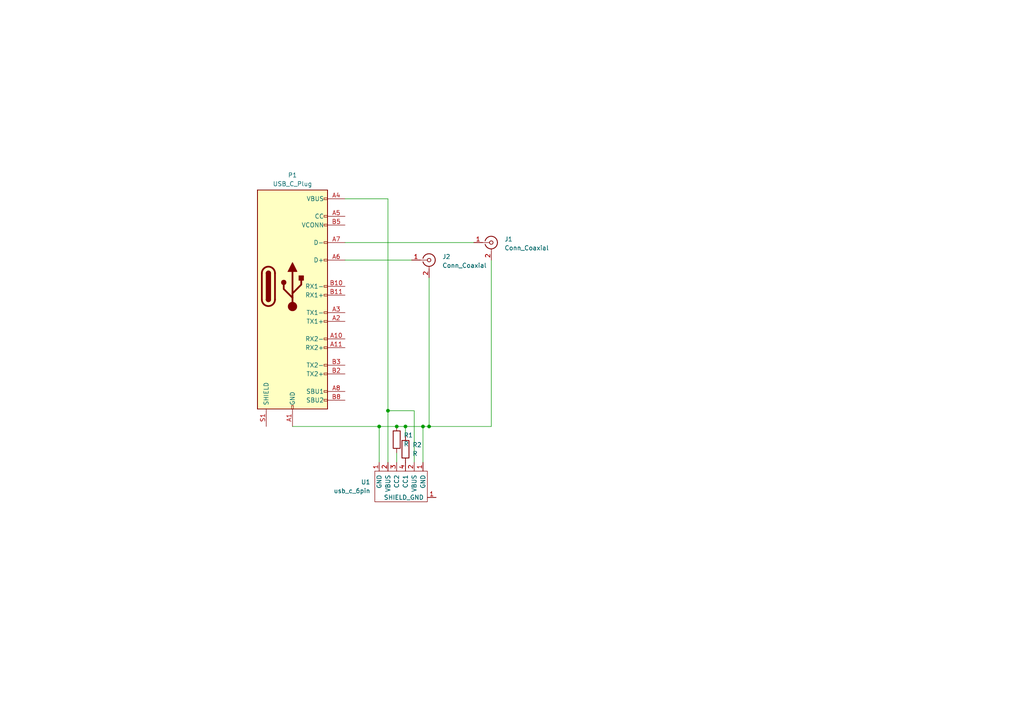
<source format=kicad_sch>
(kicad_sch (version 20230121) (generator eeschema)
  (paper "A4")
  (lib_symbols
    (symbol "Connector:Conn_Coaxial" (pin_names (offset 1.016) hide)
      (property "Reference" "J" (at 0.254 3.048 0))
      (property "Value" "Conn_Coaxial" (at 2.921 0 90))
      (symbol "Conn_Coaxial_0_1"
        (arc (start -1.778 -0.508) (mid 0.2311 -1.8066) (end 1.778 0) (stroke (width 0.254)))
        (polyline (pts (xy -2.54 0) (xy -0.508 0)))
        (polyline (pts (xy 0 -2.54) (xy 0 -1.778)))
        (circle (center 0 0) (radius 0.508) (stroke (width 0.2032)))
        (arc (start 1.778 0) (mid 0.2099 1.8101) (end -1.778 0.508) (stroke (width 0.254)))
      )
      (symbol "Conn_Coaxial_1_1"
        (pin passive line (at -5.08 0 0) (length 2.54) (name "In") (number "1"))
        (pin passive line (at 0 -5.08 90) (length 2.54) (name "Ext") (number "2"))
      )
    )
    (symbol "Connector:USB_C_Plug" (pin_names (offset 1.016))
      (property "Reference" "P" (at -10.16 29.21 0))
      (property "Value" "USB_C_Plug" (at 10.16 29.21 0))
      (symbol "USB_C_Plug_0_0"
        (rectangle (start -0.254 -35.56) (end 0.254 -34.544))
        (rectangle (start 10.16 -32.766) (end 9.144 -33.274))
        (rectangle (start 10.16 -30.226) (end 9.144 -30.734))
        (rectangle (start 10.16 -25.146) (end 9.144 -25.654))
        (rectangle (start 10.16 -22.606) (end 9.144 -23.114))
        (rectangle (start 10.16 -17.526) (end 9.144 -18.034))
        (rectangle (start 10.16 -14.986) (end 9.144 -15.494))
        (rectangle (start 10.16 -9.906) (end 9.144 -10.414))
        (rectangle (start 10.16 -7.366) (end 9.144 -7.874))
        (rectangle (start 10.16 -2.286) (end 9.144 -2.794))
        (rectangle (start 10.16 0.254) (end 9.144 -0.254))
        (rectangle (start 10.16 7.874) (end 9.144 7.366))
        (rectangle (start 10.16 12.954) (end 9.144 12.446))
        (rectangle (start 10.16 18.034) (end 9.144 17.526))
        (rectangle (start 10.16 20.574) (end 9.144 20.066))
        (rectangle (start 10.16 25.654) (end 9.144 25.146))
      )
      (symbol "USB_C_Plug_0_1"
        (rectangle (start -10.16 27.94) (end 10.16 -35.56) (stroke (width 0.254)) (fill (type background)))
        (arc (start -8.89 -3.81) (mid -6.985 -5.7067) (end -5.08 -3.81) (stroke (width 0.508)))
        (arc (start -7.62 -3.81) (mid -6.985 -4.4423) (end -6.35 -3.81) (stroke (width 0.254)))
        (arc (start -7.62 -3.81) (mid -6.985 -4.4423) (end -6.35 -3.81) (stroke (width 0.254)) (fill (type outline)))
        (rectangle (start -7.62 -3.81) (end -6.35 3.81) (stroke (width 0.254)) (fill (type outline)))
        (arc (start -6.35 3.81) (mid -6.985 4.4423) (end -7.62 3.81) (stroke (width 0.254)))
        (arc (start -6.35 3.81) (mid -6.985 4.4423) (end -7.62 3.81) (stroke (width 0.254)) (fill (type outline)))
        (arc (start -5.08 3.81) (mid -6.985 5.7067) (end -8.89 3.81) (stroke (width 0.508)))
        (polyline (pts (xy -8.89 -3.81) (xy -8.89 3.81)) (stroke (width 0.508)))
        (polyline (pts (xy -5.08 3.81) (xy -5.08 -3.81)) (stroke (width 0.508)))
      )
      (symbol "USB_C_Plug_1_1"
        (circle (center -2.54 1.143) (radius 0.635) (stroke (width 0.254)) (fill (type outline)))
        (circle (center 0 -5.842) (radius 1.27) (fill (type outline)))
        (polyline (pts (xy 0 -5.842) (xy 0 4.318)) (stroke (width 0.508)))
        (polyline (pts (xy 0 -3.302) (xy -2.54 -0.762) (xy -2.54 0.508)) (stroke (width 0.508)))
        (polyline (pts (xy 0 -2.032) (xy 2.54 0.508) (xy 2.54 1.778)) (stroke (width 0.508)))
        (polyline (pts (xy -1.27 4.318) (xy 0 6.858) (xy 1.27 4.318) (xy -1.27 4.318)) (stroke (width 0.254)) (fill (type outline)))
        (rectangle (start 1.905 1.778) (end 3.175 3.048) (stroke (width 0.254)) (fill (type outline)))
        (pin passive line (at 0 -40.64 90) (length 5.08) (name "GND") (number "A1"))
        (pin bidirectional line (at 15.24 -15.24 180) (length 5.08) (name "RX2-") (number "A10"))
        (pin bidirectional line (at 15.24 -17.78 180) (length 5.08) (name "RX2+") (number "A11"))
        (pin passive line (at 0 -40.64 90) (length 5.08) hide (name "GND") (number "A12"))
        (pin bidirectional line (at 15.24 -10.16 180) (length 5.08) (name "TX1+") (number "A2"))
        (pin bidirectional line (at 15.24 -7.62 180) (length 5.08) (name "TX1-") (number "A3"))
        (pin passive line (at 15.24 25.4 180) (length 5.08) (name "VBUS") (number "A4"))
        (pin bidirectional line (at 15.24 20.32 180) (length 5.08) (name "CC") (number "A5"))
        (pin bidirectional line (at 15.24 7.62 180) (length 5.08) (name "D+") (number "A6"))
        (pin bidirectional line (at 15.24 12.7 180) (length 5.08) (name "D-") (number "A7"))
        (pin bidirectional line (at 15.24 -30.48 180) (length 5.08) (name "SBU1") (number "A8"))
        (pin passive line (at 15.24 25.4 180) (length 5.08) hide (name "VBUS") (number "A9"))
        (pin passive line (at 0 -40.64 90) (length 5.08) hide (name "GND") (number "B1"))
        (pin bidirectional line (at 15.24 0 180) (length 5.08) (name "RX1-") (number "B10"))
        (pin bidirectional line (at 15.24 -2.54 180) (length 5.08) (name "RX1+") (number "B11"))
        (pin passive line (at 0 -40.64 90) (length 5.08) hide (name "GND") (number "B12"))
        (pin bidirectional line (at 15.24 -25.4 180) (length 5.08) (name "TX2+") (number "B2"))
        (pin bidirectional line (at 15.24 -22.86 180) (length 5.08) (name "TX2-") (number "B3"))
        (pin passive line (at 15.24 25.4 180) (length 5.08) hide (name "VBUS") (number "B4"))
        (pin bidirectional line (at 15.24 17.78 180) (length 5.08) (name "VCONN") (number "B5"))
        (pin bidirectional line (at 15.24 -33.02 180) (length 5.08) (name "SBU2") (number "B8"))
        (pin passive line (at 15.24 25.4 180) (length 5.08) hide (name "VBUS") (number "B9"))
        (pin passive line (at -7.62 -40.64 90) (length 5.08) (name "SHIELD") (number "S1"))
      )
    )
    (symbol "Device:R" (pin_numbers hide) (pin_names (offset 0))
      (property "Reference" "R" (at 2.032 0 90))
      (property "Value" "R" (at 0 0 90))
      (symbol "R_0_1"
        (rectangle (start -1.016 -2.54) (end 1.016 2.54) (stroke (width 0.254)))
      )
      (symbol "R_1_1"
        (pin passive line (at 0 3.81 270) (length 1.27) (name "~") (number "1"))
        (pin passive line (at 0 -3.81 90) (length 1.27) (name "~") (number "2"))
      )
    )
    (symbol "usb_c_6pin:usb_c_6pin" (pin_names (offset 1.016))
      (property "Reference" "U" (at -8.89 -3.81 90))
      (property "Value" "usb_c_6pin" (at 0 -11.43 0))
      (symbol "usb_c_6pin_0_1"
        (rectangle (start -7.62 0) (end 7.62 -8.89))
      )
      (symbol "usb_c_6pin_1_1"
        (pin input line (at -6.35 2.54 270) (length 2.54) (name "GND") (number "1"))
        (pin input line (at 6.35 2.54 270) (length 2.54) (name "GND") (number "1"))
        (pin input line (at 10.16 -7.62 180) (length 2.54) (name "SHIELD_GND") (number "1"))
        (pin input line (at -3.81 2.54 270) (length 2.54) (name "VBUS") (number "2"))
        (pin input line (at 3.81 2.54 270) (length 2.54) (name "VBUS") (number "2"))
        (pin input line (at -1.27 2.54 270) (length 2.54) (name "CC2") (number "3"))
        (pin input line (at 1.27 2.54 270) (length 2.54) (name "CC1") (number "4"))
      )
    )
  )
  (junction (at 122.682 123.698))
  (junction (at 115.062 123.698))
  (junction (at 109.982 123.698))
  (junction (at 112.522 119.126))
  (junction (at 117.602 123.698))
  (junction (at 124.46 123.698))
  (wire (pts (xy 117.602 123.698) (xy 122.682 123.698)))
  (wire (pts (xy 122.682 123.698) (xy 124.46 123.698)))
  (wire (pts (xy 100.076 75.438) (xy 119.38 75.438)))
  (wire (pts (xy 112.522 119.126) (xy 112.522 57.658)))
  (wire (pts (xy 124.46 123.698) (xy 142.494 123.698)))
  (wire (pts (xy 109.982 134.112) (xy 109.982 123.698)))
  (wire (pts (xy 142.494 75.438) (xy 142.494 123.698)))
  (wire (pts (xy 124.46 80.518) (xy 124.46 123.698)))
  (wire (pts (xy 115.062 131.318) (xy 115.062 134.112)))
  (wire (pts (xy 120.142 134.112) (xy 120.142 119.126)))
  (wire (pts (xy 117.602 123.698) (xy 117.602 126.492)))
  (wire (pts (xy 122.682 123.698) (xy 122.682 134.112)))
  (wire (pts (xy 120.142 119.126) (xy 112.522 119.126)))
  (wire (pts (xy 115.062 123.698) (xy 117.602 123.698)))
  (wire (pts (xy 112.522 57.658) (xy 100.076 57.658)))
  (wire (pts (xy 109.982 123.698) (xy 115.062 123.698)))
  (wire (pts (xy 112.522 134.112) (xy 112.522 119.126)))
  (wire (pts (xy 84.836 123.698) (xy 109.982 123.698)))
  (wire (pts (xy 100.076 70.358) (xy 137.414 70.358)))
  (symbol (lib_id "Device:R") (at 117.602 130.302 0) (unit 1)
    (property "Reference" "R2" (at 119.634 129.032 0) (effects (justify left)))
    (property "Value" "R" (at 119.634 131.572 0) (effects (justify left)))
    (property "Footprint" "Resistor_SMD:R_0603_1608Metric_Pad0.98x0.95mm_HandSolder" (effects hide))
  )
  (symbol (lib_id "Device:R") (at 115.062 127.508 0) (unit 1)
    (property "Reference" "R1" (at 117.094 126.238 0) (effects (justify left)))
    (property "Value" "R" (at 117.094 128.778 0) (effects (justify left)))
    (property "Footprint" "Resistor_SMD:R_0603_1608Metric_Pad0.98x0.95mm_HandSolder" (effects hide))
  )
  (symbol (lib_id "usb_c_6pin:usb_c_6pin") (at 116.332 136.652 0) (unit 1)
    (property "Reference" "U1" (at 107.442 139.827 0) (effects (justify right)))
    (property "Value" "usb_c_6pin" (at 107.442 142.367 0) (effects (justify right)))
    (property "Footprint" "usb_custom:USB_C_6PIN_custom" (effects hide))
  )
  (symbol (lib_id "Connector:Conn_Coaxial") (at 124.46 75.438 0) (unit 1)
    (property "Reference" "J2" (at 128.27 74.4612 0) (effects (justify left)))
    (property "Value" "Conn_Coaxial" (at 128.27 77.0012 0) (effects (justify left)))
    (property "Footprint" "custom_connectors:RCA_female" (effects hide))
    (property "Datasheet" " ~" (effects hide))
  )
  (symbol (lib_id "Connector:Conn_Coaxial") (at 142.494 70.358 0) (unit 1)
    (property "Reference" "J1" (at 146.304 69.3812 0) (effects (justify left)))
    (property "Value" "Conn_Coaxial" (at 146.304 71.9212 0) (effects (justify left)))
    (property "Footprint" "custom_connectors:RCA_female" (effects hide))
    (property "Datasheet" " ~" (effects hide))
  )
  (symbol (lib_id "Connector:USB_C_Plug") (at 84.836 83.058 0) (unit 1)
    (property "Reference" "P1" (at 84.836 50.8 0))
    (property "Value" "USB_C_Plug" (at 84.836 53.34 0))
    (property "Footprint" "usb_custom:USB_C_SMD_USB2" (effects hide))
    (property "Datasheet" "https://www.usb.org/sites/default/files/documents/usb_type-c.zip" (effects hide))
  )
)
</source>
